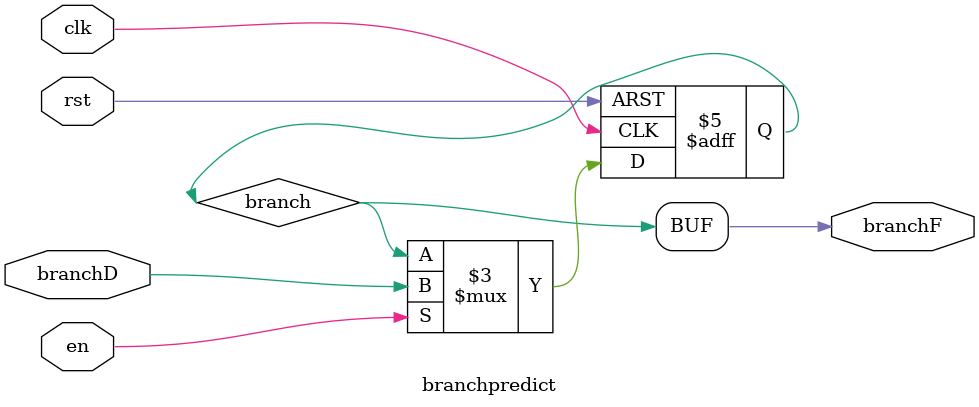
<source format=v>
module hazard(
	input [4:0] rsD, rtD, rsE, rtE,
	input [4:0] writeregE, writeregM, writeregW,
	input regwriteE, regwriteM, regwriteW, branchD, jrD,
	input [1:0] memtoregE, memtoregM, 
	input stallcF, stallcM, 
	output forwardaD, forwardbD,
	output reg [1:0] forwardaE, forwardbE,
	output stallF, stallFc, stallD, stallE, stallM, stallW,
	output flushE
);

wire lwstallD, branchstallD;
wire stallall;

assign forwardaD = (rsD != 0 & rsD == writeregM & regwriteM);
assign forwardbD = (rtD != 0 & rtD == writeregM & regwriteM);

always @(*)
  begin
  	forwardaE = 2'b00;
  	forwardbE = 2'b00;
  	if(rsE != 0)
  	   if(rsE == writeregM && regwriteM) forwardaE = 2'b10;
  	   else if(rsE == writeregW && regwriteW) forwardaE = 2'b01;
  	   else forwardaE = 2'b00;
  	else forwardaE = 2'b00;
  	if(rtE != 0)
  	   if(rtE == writeregM && regwriteM) forwardbE = 2'b10;
  	   else if(rtE == writeregW && regwriteW) forwardbE = 2'b01;
  	   else forwardbE = 2'b00;
  	else forwardbE = 2'b00;
  end

 assign  lwstallD = (memtoregE == 2'b01) & (rsE == rsD | rtE == rtD);
 assign  branchstallD = branchD & (regwriteE & (writeregE == rsD | writeregE == rtD) |
                        (memtoregM == 2'b01) & (writeregM == rsD | writeregM == rtD));

 assign jrstallD = jrD & (regwriteE & (writeregE == rsD | writeregE == rtD) |
                        (memtoregM == 2'b01) & (writeregM == rsD | writeregM == rtD));

 assign stallall = stallcF | stallcM;
 assign stallD = lwstallD | branchstallD | jrstallD | stallall;
 assign stallF = stallD;
 assign stallFc = lwstallD | branchstallD | jrstallD | stallcM;
 assign stallE = stallall;
 assign stallM = stallall;
 assign stallW = stallall;
 assign flushE = (lwstallD | branchstallD | jrstallD) & ~stallall;

endmodule


/******************************************************************/

module clkdiv(
	input mclk,
	output clk1,
	output clk18, //190HZ
	output clk190
	);
// reg [27:0] q;
 reg [5:0] q;
  initial begin q <= 0; end

    always @(posedge mclk) 
    begin
    	q <= q + 1;
    end
    assign clk1 = q[5];
    assign clk18 = q[3];
    assign clk190 = q[0];
//    assign clk1 = q[26];
//    assign clk18 = q[25];
//    assign clk190 = q[17];
endmodule



/******************************************************************/
module cpushow(
	input clock,
	//input run_en,
	//input pcshow,
	//input regormem,
	//input showors,
	//input [7:0] s,
	input [11:0] s,
	input reset,
	output [7:0] en,
	output [6:0] c,
	output [15:0] l 
	);

wire clk_cpu, clk_refresh, clk_c;
wire [31:0] clkinfo, reginfo, meminfo, fetchd, decoded, executed, memoryd, writebackd;
wire [6:0] adds;
wire [2:0] select;
wire [15:0] signF, signD, signE, signM, signW;

clkdiv clk(clock, clk_cpu, clk_c, clk_refresh);
show show(clk_refresh, clk_c, clkinfo, reginfo, meminfo, fetchd, decoded, executed, 
	      memoryd, writebackd, signF, signD, signE, signM, signW, s, adds, select, l, en, c);
mips mips(clk_cpu, reset, s[0], adds, select, clkinfo, reginfo, meminfo, fetchd, decoded, executed, 
	      memoryd, writebackd, signF, signD, signE, signM, signW);

endmodule


/**********************************************************/
 module ctrigger (
 	input clk,
 	input clk_en,
 	input reset,
 	output clkn,
 	output [31:0] count);
reg nclk;
reg [31:0] clkc;
initial 
begin 
  clkc <= 1; 
  nclk <= 0;
end

always @(posedge clk or posedge reset)
begin
    if(reset) 
    clkc = 1;
    else if(clk_en)
    begin
    nclk = nclk + 1;
    clkc = clkc + 1;
    end
end

assign  count = clkc ;
assign  clkn = nclk;

endmodule

/**********************************************************/
module branchpredict(
	input clk, rst,
	input en, branchD,
	output branchF
	);

reg branch;
initial begin branch <= 1'b0; end
always @(posedge clk or posedge rst) 
begin
	if (rst) begin
	    branch <= 1'b0;		
	end
	else if (en) begin
		branch <= branchD;
	end
end

assign branchF = branch;
endmodule

/**********************************************************/
//module branchdecoder(
//	input [5:0] op,
//	output r);

//parameter BEQ   =  6'b000100,
//          BNE   =  6'b000101,
//          BLEZ  =  6'b000110,
//          BGTZ  =  6'b000111;

//assign r = (op == BEQ | op == BNE | op == BLEZ | op == BGTZ);
//endmodule



</source>
